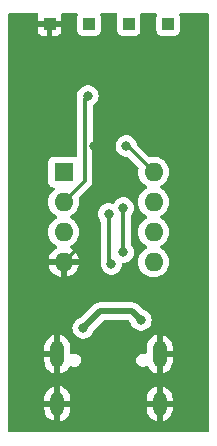
<source format=gbr>
%TF.GenerationSoftware,KiCad,Pcbnew,7.0.9*%
%TF.CreationDate,2024-01-13T12:42:42+01:00*%
%TF.ProjectId,attiny85_programmer,61747469-6e79-4383-955f-70726f677261,rev?*%
%TF.SameCoordinates,Original*%
%TF.FileFunction,Copper,L2,Bot*%
%TF.FilePolarity,Positive*%
%FSLAX46Y46*%
G04 Gerber Fmt 4.6, Leading zero omitted, Abs format (unit mm)*
G04 Created by KiCad (PCBNEW 7.0.9) date 2024-01-13 12:42:42*
%MOMM*%
%LPD*%
G01*
G04 APERTURE LIST*
%TA.AperFunction,ComponentPad*%
%ADD10R,1.600000X1.600000*%
%TD*%
%TA.AperFunction,ComponentPad*%
%ADD11O,1.600000X1.600000*%
%TD*%
%TA.AperFunction,ComponentPad*%
%ADD12O,1.200000X2.300000*%
%TD*%
%TA.AperFunction,ComponentPad*%
%ADD13O,1.200000X2.000000*%
%TD*%
%TA.AperFunction,ComponentPad*%
%ADD14R,1.000000X1.000000*%
%TD*%
%TA.AperFunction,ViaPad*%
%ADD15C,0.800000*%
%TD*%
%TA.AperFunction,Conductor*%
%ADD16C,0.300000*%
%TD*%
%TA.AperFunction,Conductor*%
%ADD17C,0.500000*%
%TD*%
G04 APERTURE END LIST*
D10*
%TO.P,U2,1,~{RESET}/PB5*%
%TO.N,unconnected-(U2-~{RESET}{slash}PB5-Pad1)*%
X134700000Y-82450000D03*
D11*
%TO.P,U2,2,XTAL1/PB3*%
%TO.N,Net-(U2-XTAL1{slash}PB3)*%
X134700000Y-84990000D03*
%TO.P,U2,3,XTAL2/PB4*%
%TO.N,Net-(U2-XTAL2{slash}PB4)*%
X134700000Y-87530000D03*
%TO.P,U2,4,GND*%
%TO.N,GND*%
X134700000Y-90070000D03*
%TO.P,U2,5,AREF/PB0*%
%TO.N,unconnected-(U2-AREF{slash}PB0-Pad5)*%
X142320000Y-90070000D03*
%TO.P,U2,6,PB1*%
%TO.N,/PIN6*%
X142320000Y-87530000D03*
%TO.P,U2,7,PB2*%
%TO.N,unconnected-(U2-PB2-Pad7)*%
X142320000Y-84990000D03*
%TO.P,U2,8,VCC*%
%TO.N,VBUS*%
X142320000Y-82450000D03*
%TD*%
D12*
%TO.P,P1,S1,SHIELD*%
%TO.N,GND*%
X134175000Y-97885000D03*
D13*
X134175000Y-102085000D03*
D12*
X142825000Y-97885000D03*
D13*
X142825000Y-102085000D03*
%TD*%
D14*
%TO.P,H4,1,1*%
%TO.N,GND*%
X133507343Y-69902442D03*
%TD*%
%TO.P,H3,1,1*%
%TO.N,/PIN3*%
X136857343Y-69902442D03*
%TD*%
%TO.P,H2,1,1*%
%TO.N,/PIN2*%
X140207343Y-69902442D03*
%TD*%
%TO.P,H1,1,1*%
%TO.N,VBUS*%
X143557343Y-69902442D03*
%TD*%
D15*
%TO.N,Net-(U2-XTAL1{slash}PB3)*%
X136750000Y-76000000D03*
%TO.N,GND*%
X137250000Y-80250000D03*
%TO.N,VBUS*%
X140000000Y-80250000D03*
%TO.N,/PIN3*%
X138500000Y-86000000D03*
%TO.N,/PIN2*%
X139750000Y-85500000D03*
X139750000Y-89250000D03*
%TO.N,/PIN3*%
X138750000Y-90250000D03*
%TO.N,VBUS*%
X141250000Y-95000000D03*
X136352661Y-95660542D03*
%TD*%
D16*
%TO.N,Net-(U2-XTAL1{slash}PB3)*%
X136500000Y-76250000D02*
X136750000Y-76000000D01*
X136500000Y-83190000D02*
X136500000Y-76250000D01*
X134700000Y-84990000D02*
X136500000Y-83190000D01*
%TO.N,GND*%
X137250000Y-80250000D02*
X137250000Y-87520000D01*
X137250000Y-87520000D02*
X134700000Y-90070000D01*
%TO.N,VBUS*%
X142320000Y-82450000D02*
X140120000Y-80250000D01*
X140120000Y-80250000D02*
X140000000Y-80250000D01*
%TO.N,/PIN3*%
X138500000Y-86000000D02*
X138500000Y-85750000D01*
X138500000Y-90000000D02*
X138500000Y-86000000D01*
X138750000Y-90250000D02*
X138500000Y-90000000D01*
%TO.N,/PIN2*%
X139750000Y-89250000D02*
X139750000Y-85500000D01*
D17*
%TO.N,VBUS*%
X141250000Y-95000000D02*
X140500000Y-94250000D01*
X140500000Y-94250000D02*
X137763203Y-94250000D01*
X137763203Y-94250000D02*
X136352661Y-95660542D01*
%TD*%
%TA.AperFunction,Conductor*%
%TO.N,GND*%
G36*
X132512057Y-69020185D02*
G01*
X132557812Y-69072989D01*
X132567756Y-69142147D01*
X132561200Y-69167833D01*
X132513746Y-69295062D01*
X132513744Y-69295069D01*
X132507343Y-69354597D01*
X132507343Y-69652442D01*
X133292860Y-69652442D01*
X133221542Y-69737435D01*
X133182343Y-69845136D01*
X133182343Y-69959748D01*
X133221542Y-70067449D01*
X133295214Y-70155247D01*
X133394472Y-70212554D01*
X133478907Y-70227442D01*
X133535779Y-70227442D01*
X133620214Y-70212554D01*
X133719472Y-70155247D01*
X133721826Y-70152442D01*
X133757343Y-70152442D01*
X133757343Y-70902442D01*
X134055171Y-70902442D01*
X134055187Y-70902441D01*
X134114715Y-70896040D01*
X134114722Y-70896038D01*
X134249429Y-70845796D01*
X134249436Y-70845792D01*
X134364530Y-70759632D01*
X134364533Y-70759629D01*
X134450693Y-70644535D01*
X134450697Y-70644528D01*
X134500939Y-70509821D01*
X134500941Y-70509814D01*
X134507342Y-70450286D01*
X134507343Y-70450269D01*
X134507343Y-70152442D01*
X133757343Y-70152442D01*
X133721826Y-70152442D01*
X133793144Y-70067449D01*
X133832343Y-69959748D01*
X133832343Y-69845136D01*
X133793144Y-69737435D01*
X133721826Y-69652442D01*
X134507343Y-69652442D01*
X134507343Y-69354614D01*
X134507342Y-69354597D01*
X134500941Y-69295069D01*
X134500939Y-69295062D01*
X134453486Y-69167833D01*
X134448502Y-69098142D01*
X134481987Y-69036819D01*
X134543310Y-69003334D01*
X134569668Y-69000500D01*
X135794484Y-69000500D01*
X135861523Y-69020185D01*
X135907278Y-69072989D01*
X135917222Y-69142147D01*
X135910666Y-69167833D01*
X135863251Y-69294958D01*
X135856844Y-69354558D01*
X135856844Y-69354565D01*
X135856843Y-69354577D01*
X135856843Y-70450312D01*
X135856844Y-70450318D01*
X135863251Y-70509925D01*
X135913545Y-70644770D01*
X135913549Y-70644777D01*
X135999795Y-70759986D01*
X135999798Y-70759989D01*
X136115007Y-70846235D01*
X136115014Y-70846239D01*
X136249860Y-70896533D01*
X136249859Y-70896533D01*
X136256787Y-70897277D01*
X136309470Y-70902942D01*
X137405215Y-70902941D01*
X137464826Y-70896533D01*
X137599674Y-70846238D01*
X137714889Y-70759988D01*
X137801139Y-70644773D01*
X137851434Y-70509925D01*
X137857843Y-70450315D01*
X137857842Y-69354570D01*
X137851434Y-69294959D01*
X137851434Y-69294958D01*
X137804020Y-69167833D01*
X137799036Y-69098141D01*
X137832522Y-69036818D01*
X137893845Y-69003334D01*
X137920202Y-69000500D01*
X139144484Y-69000500D01*
X139211523Y-69020185D01*
X139257278Y-69072989D01*
X139267222Y-69142147D01*
X139260666Y-69167833D01*
X139213251Y-69294958D01*
X139206844Y-69354558D01*
X139206844Y-69354565D01*
X139206843Y-69354577D01*
X139206843Y-70450312D01*
X139206844Y-70450318D01*
X139213251Y-70509925D01*
X139263545Y-70644770D01*
X139263549Y-70644777D01*
X139349795Y-70759986D01*
X139349798Y-70759989D01*
X139465007Y-70846235D01*
X139465014Y-70846239D01*
X139599860Y-70896533D01*
X139599859Y-70896533D01*
X139606787Y-70897277D01*
X139659470Y-70902942D01*
X140755215Y-70902941D01*
X140814826Y-70896533D01*
X140949674Y-70846238D01*
X141064889Y-70759988D01*
X141151139Y-70644773D01*
X141201434Y-70509925D01*
X141207843Y-70450315D01*
X141207842Y-69354570D01*
X141201434Y-69294959D01*
X141201434Y-69294958D01*
X141154020Y-69167833D01*
X141149036Y-69098141D01*
X141182522Y-69036818D01*
X141243845Y-69003334D01*
X141270202Y-69000500D01*
X142494484Y-69000500D01*
X142561523Y-69020185D01*
X142607278Y-69072989D01*
X142617222Y-69142147D01*
X142610666Y-69167833D01*
X142563251Y-69294958D01*
X142556844Y-69354558D01*
X142556844Y-69354565D01*
X142556843Y-69354577D01*
X142556843Y-70450312D01*
X142556844Y-70450318D01*
X142563251Y-70509925D01*
X142613545Y-70644770D01*
X142613549Y-70644777D01*
X142699795Y-70759986D01*
X142699798Y-70759989D01*
X142815007Y-70846235D01*
X142815014Y-70846239D01*
X142949860Y-70896533D01*
X142949859Y-70896533D01*
X142956787Y-70897277D01*
X143009470Y-70902942D01*
X144105215Y-70902941D01*
X144164826Y-70896533D01*
X144299674Y-70846238D01*
X144414889Y-70759988D01*
X144501139Y-70644773D01*
X144551434Y-70509925D01*
X144557843Y-70450315D01*
X144557842Y-69354570D01*
X144551434Y-69294959D01*
X144551434Y-69294958D01*
X144504020Y-69167833D01*
X144499036Y-69098141D01*
X144532522Y-69036818D01*
X144593845Y-69003334D01*
X144620202Y-69000500D01*
X146875500Y-69000500D01*
X146942539Y-69020185D01*
X146988294Y-69072989D01*
X146999500Y-69124500D01*
X146999500Y-104375500D01*
X146979815Y-104442539D01*
X146927011Y-104488294D01*
X146875500Y-104499500D01*
X130124500Y-104499500D01*
X130057461Y-104479815D01*
X130011706Y-104427011D01*
X130000500Y-104375500D01*
X130000500Y-102537398D01*
X133075000Y-102537398D01*
X133089965Y-102694122D01*
X133089966Y-102694126D01*
X133149149Y-102895686D01*
X133245413Y-103082414D01*
X133375268Y-103247537D01*
X133375271Y-103247540D01*
X133534030Y-103385105D01*
X133534041Y-103385114D01*
X133715960Y-103490144D01*
X133715967Y-103490147D01*
X133914487Y-103558856D01*
X133925000Y-103560367D01*
X133925000Y-102601110D01*
X133949457Y-102640610D01*
X134038962Y-102708201D01*
X134146840Y-102738895D01*
X134258521Y-102728546D01*
X134358922Y-102678552D01*
X134425000Y-102606069D01*
X134425000Y-103556257D01*
X134536409Y-103529229D01*
X134727507Y-103441959D01*
X134898619Y-103320110D01*
X134898625Y-103320104D01*
X135043592Y-103168067D01*
X135157166Y-102991342D01*
X135235244Y-102796314D01*
X135275000Y-102590037D01*
X135275000Y-102537398D01*
X141725000Y-102537398D01*
X141739965Y-102694122D01*
X141739966Y-102694126D01*
X141799149Y-102895686D01*
X141895413Y-103082414D01*
X142025268Y-103247537D01*
X142025271Y-103247540D01*
X142184030Y-103385105D01*
X142184041Y-103385114D01*
X142365960Y-103490144D01*
X142365967Y-103490147D01*
X142564487Y-103558856D01*
X142575000Y-103560367D01*
X142575000Y-102601110D01*
X142599457Y-102640610D01*
X142688962Y-102708201D01*
X142796840Y-102738895D01*
X142908521Y-102728546D01*
X143008922Y-102678552D01*
X143075000Y-102606069D01*
X143075000Y-103556257D01*
X143186409Y-103529229D01*
X143377507Y-103441959D01*
X143548619Y-103320110D01*
X143548625Y-103320104D01*
X143693592Y-103168067D01*
X143807166Y-102991342D01*
X143885244Y-102796314D01*
X143925000Y-102590037D01*
X143925000Y-102335000D01*
X143125000Y-102335000D01*
X143125000Y-101835000D01*
X143925000Y-101835000D01*
X143925000Y-101632601D01*
X143910034Y-101475877D01*
X143910033Y-101475873D01*
X143850850Y-101274313D01*
X143754586Y-101087585D01*
X143624731Y-100922462D01*
X143624728Y-100922459D01*
X143465969Y-100784894D01*
X143465958Y-100784885D01*
X143284039Y-100679855D01*
X143284032Y-100679852D01*
X143085516Y-100611144D01*
X143075000Y-100609632D01*
X143075000Y-101568889D01*
X143050543Y-101529390D01*
X142961038Y-101461799D01*
X142853160Y-101431105D01*
X142741479Y-101441454D01*
X142641078Y-101491448D01*
X142575000Y-101563930D01*
X142575000Y-100613740D01*
X142574999Y-100613740D01*
X142463594Y-100640768D01*
X142463582Y-100640772D01*
X142272497Y-100728037D01*
X142272496Y-100728038D01*
X142101380Y-100849889D01*
X142101374Y-100849895D01*
X141956407Y-101001932D01*
X141842833Y-101178657D01*
X141764755Y-101373685D01*
X141725000Y-101579962D01*
X141725000Y-101835000D01*
X142525000Y-101835000D01*
X142525000Y-102335000D01*
X141725000Y-102335000D01*
X141725000Y-102537398D01*
X135275000Y-102537398D01*
X135275000Y-102335000D01*
X134475000Y-102335000D01*
X134475000Y-101835000D01*
X135275000Y-101835000D01*
X135275000Y-101632601D01*
X135260034Y-101475877D01*
X135260033Y-101475873D01*
X135200850Y-101274313D01*
X135104586Y-101087585D01*
X134974731Y-100922462D01*
X134974728Y-100922459D01*
X134815969Y-100784894D01*
X134815958Y-100784885D01*
X134634039Y-100679855D01*
X134634032Y-100679852D01*
X134435516Y-100611144D01*
X134425000Y-100609632D01*
X134425000Y-101568889D01*
X134400543Y-101529390D01*
X134311038Y-101461799D01*
X134203160Y-101431105D01*
X134091479Y-101441454D01*
X133991078Y-101491448D01*
X133925000Y-101563930D01*
X133925000Y-100613740D01*
X133924999Y-100613740D01*
X133813594Y-100640768D01*
X133813582Y-100640772D01*
X133622497Y-100728037D01*
X133622496Y-100728038D01*
X133451380Y-100849889D01*
X133451374Y-100849895D01*
X133306407Y-101001932D01*
X133192833Y-101178657D01*
X133114755Y-101373685D01*
X133075000Y-101579962D01*
X133075000Y-101835000D01*
X133875000Y-101835000D01*
X133875000Y-102335000D01*
X133075000Y-102335000D01*
X133075000Y-102537398D01*
X130000500Y-102537398D01*
X130000500Y-98487398D01*
X133075000Y-98487398D01*
X133089965Y-98644122D01*
X133089966Y-98644126D01*
X133149149Y-98845686D01*
X133245413Y-99032414D01*
X133375268Y-99197537D01*
X133375271Y-99197540D01*
X133534030Y-99335105D01*
X133534041Y-99335114D01*
X133715960Y-99440144D01*
X133715967Y-99440147D01*
X133914487Y-99508856D01*
X133925000Y-99510367D01*
X133925000Y-98601110D01*
X133949457Y-98640610D01*
X134038962Y-98708201D01*
X134146840Y-98738895D01*
X134258521Y-98728546D01*
X134358922Y-98678552D01*
X134425000Y-98606069D01*
X134425000Y-99506257D01*
X134536409Y-99479229D01*
X134727507Y-99391959D01*
X134898619Y-99270110D01*
X134898625Y-99270104D01*
X135043592Y-99118067D01*
X135157167Y-98941341D01*
X135163080Y-98926570D01*
X135206268Y-98871647D01*
X135272294Y-98848793D01*
X135340195Y-98865263D01*
X135342576Y-98866673D01*
X135388618Y-98894672D01*
X135534335Y-98935500D01*
X135534336Y-98935500D01*
X135647659Y-98935500D01*
X135675723Y-98931642D01*
X135759920Y-98920070D01*
X135886097Y-98865263D01*
X135898716Y-98859782D01*
X135898716Y-98859781D01*
X135898720Y-98859780D01*
X136016108Y-98764278D01*
X136103377Y-98640647D01*
X136119363Y-98595666D01*
X136154053Y-98498060D01*
X136154053Y-98498058D01*
X136154054Y-98498056D01*
X136159193Y-98422921D01*
X140835619Y-98422921D01*
X140866405Y-98571078D01*
X140866407Y-98571083D01*
X140866408Y-98571085D01*
X140936029Y-98705447D01*
X140936031Y-98705449D01*
X140936032Y-98705451D01*
X141039318Y-98816043D01*
X141039320Y-98816044D01*
X141168618Y-98894672D01*
X141314335Y-98935500D01*
X141314336Y-98935500D01*
X141427659Y-98935500D01*
X141455723Y-98931642D01*
X141539920Y-98920070D01*
X141676611Y-98860695D01*
X141745941Y-98852042D01*
X141808946Y-98882245D01*
X141836228Y-98917610D01*
X141895413Y-99032414D01*
X142025268Y-99197537D01*
X142025271Y-99197540D01*
X142184030Y-99335105D01*
X142184041Y-99335114D01*
X142365960Y-99440144D01*
X142365967Y-99440147D01*
X142564487Y-99508856D01*
X142575000Y-99510367D01*
X142575000Y-98601110D01*
X142599457Y-98640610D01*
X142688962Y-98708201D01*
X142796840Y-98738895D01*
X142908521Y-98728546D01*
X143008922Y-98678552D01*
X143075000Y-98606069D01*
X143075000Y-99506257D01*
X143186409Y-99479229D01*
X143377507Y-99391959D01*
X143548619Y-99270110D01*
X143548625Y-99270104D01*
X143693592Y-99118067D01*
X143807166Y-98941342D01*
X143885244Y-98746314D01*
X143925000Y-98540037D01*
X143925000Y-98135000D01*
X143125000Y-98135000D01*
X143125000Y-97635000D01*
X143925000Y-97635000D01*
X143925000Y-97282601D01*
X143910034Y-97125877D01*
X143910033Y-97125873D01*
X143850850Y-96924313D01*
X143754586Y-96737585D01*
X143624731Y-96572462D01*
X143624728Y-96572459D01*
X143465969Y-96434894D01*
X143465958Y-96434885D01*
X143284039Y-96329855D01*
X143284032Y-96329852D01*
X143085516Y-96261144D01*
X143075000Y-96259632D01*
X143075000Y-97168889D01*
X143050543Y-97129390D01*
X142961038Y-97061799D01*
X142853160Y-97031105D01*
X142741479Y-97041454D01*
X142641078Y-97091448D01*
X142575000Y-97163930D01*
X142575000Y-96263740D01*
X142574999Y-96263740D01*
X142463594Y-96290768D01*
X142463582Y-96290772D01*
X142272497Y-96378037D01*
X142272496Y-96378038D01*
X142101380Y-96499889D01*
X142101374Y-96499895D01*
X141956407Y-96651932D01*
X141842833Y-96828657D01*
X141764755Y-97023685D01*
X141725000Y-97229962D01*
X141725000Y-97743644D01*
X141705315Y-97810683D01*
X141652511Y-97856438D01*
X141583353Y-97866382D01*
X141567553Y-97863047D01*
X141465665Y-97834500D01*
X141352342Y-97834500D01*
X141352341Y-97834500D01*
X141240082Y-97849929D01*
X141240079Y-97849930D01*
X141101283Y-97910217D01*
X140983889Y-98005724D01*
X140896623Y-98129352D01*
X140896621Y-98129355D01*
X140845946Y-98271939D01*
X140845946Y-98271942D01*
X140835619Y-98422918D01*
X140835619Y-98422921D01*
X136159193Y-98422921D01*
X136164381Y-98347079D01*
X136148768Y-98271944D01*
X136133594Y-98198921D01*
X136133592Y-98198918D01*
X136133592Y-98198915D01*
X136063971Y-98064553D01*
X136063967Y-98064549D01*
X136063967Y-98064548D01*
X135960681Y-97953956D01*
X135882053Y-97906141D01*
X135831382Y-97875328D01*
X135685665Y-97834500D01*
X135572342Y-97834500D01*
X135572341Y-97834500D01*
X135460082Y-97849929D01*
X135460079Y-97849930D01*
X135448398Y-97855004D01*
X135379066Y-97863655D01*
X135316063Y-97833449D01*
X135279392Y-97773977D01*
X135275000Y-97741268D01*
X135275000Y-97282601D01*
X135260034Y-97125877D01*
X135260033Y-97125873D01*
X135200850Y-96924313D01*
X135104586Y-96737585D01*
X134974731Y-96572462D01*
X134974728Y-96572459D01*
X134815969Y-96434894D01*
X134815958Y-96434885D01*
X134634039Y-96329855D01*
X134634032Y-96329852D01*
X134435516Y-96261144D01*
X134425000Y-96259632D01*
X134425000Y-97168889D01*
X134400543Y-97129390D01*
X134311038Y-97061799D01*
X134203160Y-97031105D01*
X134091479Y-97041454D01*
X133991078Y-97091448D01*
X133925000Y-97163930D01*
X133925000Y-96263740D01*
X133924999Y-96263740D01*
X133813594Y-96290768D01*
X133813582Y-96290772D01*
X133622497Y-96378037D01*
X133622496Y-96378038D01*
X133451380Y-96499889D01*
X133451374Y-96499895D01*
X133306407Y-96651932D01*
X133192833Y-96828657D01*
X133114755Y-97023685D01*
X133075000Y-97229962D01*
X133075000Y-97635000D01*
X133875000Y-97635000D01*
X133875000Y-98135000D01*
X133075000Y-98135000D01*
X133075000Y-98487398D01*
X130000500Y-98487398D01*
X130000500Y-95660542D01*
X135447201Y-95660542D01*
X135466987Y-95848798D01*
X135466988Y-95848801D01*
X135525479Y-96028819D01*
X135525482Y-96028826D01*
X135620128Y-96192758D01*
X135743568Y-96329852D01*
X135746790Y-96333430D01*
X135899926Y-96444690D01*
X135899931Y-96444693D01*
X136072853Y-96521684D01*
X136072858Y-96521686D01*
X136258015Y-96561042D01*
X136258016Y-96561042D01*
X136447305Y-96561042D01*
X136447307Y-96561042D01*
X136632464Y-96521686D01*
X136805391Y-96444693D01*
X136958532Y-96333430D01*
X137085194Y-96192758D01*
X137179840Y-96028826D01*
X137235183Y-95858497D01*
X137265430Y-95809139D01*
X138037751Y-95036819D01*
X138099074Y-95003334D01*
X138125432Y-95000500D01*
X140137770Y-95000500D01*
X140204809Y-95020185D01*
X140225451Y-95036819D01*
X140337228Y-95148596D01*
X140367478Y-95197958D01*
X140422819Y-95368280D01*
X140422821Y-95368284D01*
X140517467Y-95532216D01*
X140633013Y-95660542D01*
X140644129Y-95672888D01*
X140797265Y-95784148D01*
X140797270Y-95784151D01*
X140970192Y-95861142D01*
X140970197Y-95861144D01*
X141155354Y-95900500D01*
X141155355Y-95900500D01*
X141344644Y-95900500D01*
X141344646Y-95900500D01*
X141529803Y-95861144D01*
X141702730Y-95784151D01*
X141855871Y-95672888D01*
X141982533Y-95532216D01*
X142077179Y-95368284D01*
X142135674Y-95188256D01*
X142155460Y-95000000D01*
X142135674Y-94811744D01*
X142077179Y-94631716D01*
X141982533Y-94467784D01*
X141855871Y-94327112D01*
X141855870Y-94327111D01*
X141702734Y-94215851D01*
X141702729Y-94215848D01*
X141529807Y-94138857D01*
X141529803Y-94138856D01*
X141464669Y-94125011D01*
X141403188Y-94091818D01*
X141402770Y-94091402D01*
X141075729Y-93764361D01*
X141063949Y-93750730D01*
X141056482Y-93740701D01*
X141049612Y-93731472D01*
X141044323Y-93727034D01*
X141009587Y-93697886D01*
X141005612Y-93694244D01*
X141002690Y-93691322D01*
X140999780Y-93688411D01*
X140974040Y-93668059D01*
X140915209Y-93618694D01*
X140909180Y-93614729D01*
X140909212Y-93614680D01*
X140902853Y-93610628D01*
X140902822Y-93610679D01*
X140896680Y-93606891D01*
X140896678Y-93606890D01*
X140896677Y-93606889D01*
X140857474Y-93588608D01*
X140827058Y-93574424D01*
X140792894Y-93557267D01*
X140758433Y-93539960D01*
X140758431Y-93539959D01*
X140758430Y-93539959D01*
X140751645Y-93537489D01*
X140751665Y-93537433D01*
X140744549Y-93534959D01*
X140744531Y-93535015D01*
X140737671Y-93532742D01*
X140709841Y-93526996D01*
X140662434Y-93517207D01*
X140613472Y-93505603D01*
X140587719Y-93499499D01*
X140580547Y-93498661D01*
X140580553Y-93498601D01*
X140573055Y-93497835D01*
X140573050Y-93497895D01*
X140565860Y-93497265D01*
X140489083Y-93499500D01*
X137826908Y-93499500D01*
X137808938Y-93498191D01*
X137785175Y-93494710D01*
X137740715Y-93498601D01*
X137733134Y-93499264D01*
X137727733Y-93499500D01*
X137719492Y-93499500D01*
X137697782Y-93502037D01*
X137686927Y-93503306D01*
X137671622Y-93504645D01*
X137610402Y-93510001D01*
X137603335Y-93511460D01*
X137603323Y-93511404D01*
X137595966Y-93513035D01*
X137595980Y-93513092D01*
X137588946Y-93514759D01*
X137516778Y-93541025D01*
X137443878Y-93565181D01*
X137437329Y-93568236D01*
X137437304Y-93568183D01*
X137430511Y-93571471D01*
X137430537Y-93571523D01*
X137424083Y-93574764D01*
X137359911Y-93616971D01*
X137294550Y-93657285D01*
X137288886Y-93661765D01*
X137288850Y-93661719D01*
X137283001Y-93666484D01*
X137283038Y-93666528D01*
X137277513Y-93671164D01*
X137224801Y-93727034D01*
X136199890Y-94751944D01*
X136138567Y-94785429D01*
X136137991Y-94785553D01*
X136072857Y-94799398D01*
X136072853Y-94799399D01*
X135899931Y-94876390D01*
X135899926Y-94876393D01*
X135746790Y-94987653D01*
X135620127Y-95128327D01*
X135525482Y-95292257D01*
X135525479Y-95292264D01*
X135466988Y-95472282D01*
X135466987Y-95472286D01*
X135447201Y-95660542D01*
X130000500Y-95660542D01*
X130000500Y-87530001D01*
X133394532Y-87530001D01*
X133414364Y-87756686D01*
X133414366Y-87756697D01*
X133473258Y-87976488D01*
X133473261Y-87976497D01*
X133569431Y-88182732D01*
X133569432Y-88182734D01*
X133699954Y-88369141D01*
X133860858Y-88530045D01*
X133860861Y-88530047D01*
X134047266Y-88660568D01*
X134105865Y-88687893D01*
X134158305Y-88734065D01*
X134177457Y-88801258D01*
X134157242Y-88868139D01*
X134105867Y-88912657D01*
X134047515Y-88939867D01*
X133861179Y-89070342D01*
X133700342Y-89231179D01*
X133569865Y-89417517D01*
X133473734Y-89623673D01*
X133473730Y-89623682D01*
X133421127Y-89819999D01*
X133421128Y-89820000D01*
X134384314Y-89820000D01*
X134372359Y-89831955D01*
X134314835Y-89944852D01*
X134295014Y-90070000D01*
X134314835Y-90195148D01*
X134372359Y-90308045D01*
X134384314Y-90320000D01*
X133421128Y-90320000D01*
X133473730Y-90516317D01*
X133473734Y-90516326D01*
X133569865Y-90722482D01*
X133700342Y-90908820D01*
X133861179Y-91069657D01*
X134047517Y-91200134D01*
X134253673Y-91296265D01*
X134253682Y-91296269D01*
X134449999Y-91348872D01*
X134450000Y-91348871D01*
X134450000Y-90385686D01*
X134461955Y-90397641D01*
X134574852Y-90455165D01*
X134668519Y-90470000D01*
X134731481Y-90470000D01*
X134825148Y-90455165D01*
X134938045Y-90397641D01*
X134950000Y-90385686D01*
X134950000Y-91348872D01*
X135146317Y-91296269D01*
X135146326Y-91296265D01*
X135352482Y-91200134D01*
X135538820Y-91069657D01*
X135699657Y-90908820D01*
X135830134Y-90722482D01*
X135926265Y-90516326D01*
X135926269Y-90516317D01*
X135978872Y-90320000D01*
X135015686Y-90320000D01*
X135027641Y-90308045D01*
X135085165Y-90195148D01*
X135104986Y-90070000D01*
X135085165Y-89944852D01*
X135027641Y-89831955D01*
X135015686Y-89820000D01*
X135978872Y-89820000D01*
X135978872Y-89819999D01*
X135926269Y-89623682D01*
X135926265Y-89623673D01*
X135830134Y-89417517D01*
X135699657Y-89231179D01*
X135538820Y-89070342D01*
X135352482Y-88939865D01*
X135294133Y-88912657D01*
X135241694Y-88866484D01*
X135222542Y-88799291D01*
X135242758Y-88732410D01*
X135294129Y-88687895D01*
X135352734Y-88660568D01*
X135539139Y-88530047D01*
X135700047Y-88369139D01*
X135830568Y-88182734D01*
X135926739Y-87976496D01*
X135985635Y-87756692D01*
X136005468Y-87530000D01*
X135985635Y-87303308D01*
X135926739Y-87083504D01*
X135830568Y-86877266D01*
X135700047Y-86690861D01*
X135700045Y-86690858D01*
X135539141Y-86529954D01*
X135352734Y-86399432D01*
X135352728Y-86399429D01*
X135294725Y-86372382D01*
X135242285Y-86326210D01*
X135223133Y-86259017D01*
X135243348Y-86192135D01*
X135294725Y-86147618D01*
X135352734Y-86120568D01*
X135524925Y-86000000D01*
X137594540Y-86000000D01*
X137614326Y-86188256D01*
X137614327Y-86188259D01*
X137672818Y-86368277D01*
X137672821Y-86368284D01*
X137767466Y-86532215D01*
X137817649Y-86587948D01*
X137847880Y-86650940D01*
X137849500Y-86670921D01*
X137849500Y-89914494D01*
X137847732Y-89930505D01*
X137847974Y-89930528D01*
X137847240Y-89938294D01*
X137849500Y-90010203D01*
X137849500Y-90040920D01*
X137849501Y-90040940D01*
X137850418Y-90048206D01*
X137850876Y-90054024D01*
X137852402Y-90102563D01*
X137853623Y-90110267D01*
X137852291Y-90110477D01*
X137855464Y-90146050D01*
X137850118Y-90196924D01*
X137844540Y-90250000D01*
X137864326Y-90438256D01*
X137864327Y-90438259D01*
X137922818Y-90618277D01*
X137922821Y-90618284D01*
X138017467Y-90782216D01*
X138131462Y-90908820D01*
X138144129Y-90922888D01*
X138297265Y-91034148D01*
X138297270Y-91034151D01*
X138470192Y-91111142D01*
X138470197Y-91111144D01*
X138655354Y-91150500D01*
X138655355Y-91150500D01*
X138844644Y-91150500D01*
X138844646Y-91150500D01*
X139029803Y-91111144D01*
X139202730Y-91034151D01*
X139355871Y-90922888D01*
X139482533Y-90782216D01*
X139577179Y-90618284D01*
X139635674Y-90438256D01*
X139654247Y-90261536D01*
X139680832Y-90196924D01*
X139738129Y-90156939D01*
X139777568Y-90150500D01*
X139844644Y-90150500D01*
X139844646Y-90150500D01*
X140029803Y-90111144D01*
X140202730Y-90034151D01*
X140355871Y-89922888D01*
X140482533Y-89782216D01*
X140577179Y-89618284D01*
X140577180Y-89618278D01*
X140577183Y-89618274D01*
X140601908Y-89542175D01*
X140635674Y-89438256D01*
X140655460Y-89250000D01*
X140635674Y-89061744D01*
X140577179Y-88881716D01*
X140482533Y-88717784D01*
X140432350Y-88662050D01*
X140402120Y-88599058D01*
X140400500Y-88579078D01*
X140400500Y-86170921D01*
X140420185Y-86103882D01*
X140432351Y-86087948D01*
X140482533Y-86032216D01*
X140577179Y-85868284D01*
X140635674Y-85688256D01*
X140655460Y-85500000D01*
X140635674Y-85311744D01*
X140577179Y-85131716D01*
X140482533Y-84967784D01*
X140355871Y-84827112D01*
X140355870Y-84827111D01*
X140202734Y-84715851D01*
X140202729Y-84715848D01*
X140029807Y-84638857D01*
X140029802Y-84638855D01*
X139884001Y-84607865D01*
X139844646Y-84599500D01*
X139655354Y-84599500D01*
X139622897Y-84606398D01*
X139470197Y-84638855D01*
X139470192Y-84638857D01*
X139297270Y-84715848D01*
X139297265Y-84715851D01*
X139144129Y-84827111D01*
X139017465Y-84967785D01*
X138946121Y-85091358D01*
X138895554Y-85139574D01*
X138826947Y-85152797D01*
X138788302Y-85142639D01*
X138779807Y-85138857D01*
X138779802Y-85138855D01*
X138634001Y-85107865D01*
X138594646Y-85099500D01*
X138594645Y-85099500D01*
X138573210Y-85099500D01*
X138549978Y-85097304D01*
X138541170Y-85095624D01*
X138541168Y-85095624D01*
X138531900Y-85096207D01*
X138481491Y-85099378D01*
X138477619Y-85099500D01*
X138405354Y-85099500D01*
X138372897Y-85106398D01*
X138220197Y-85138855D01*
X138220192Y-85138857D01*
X138047270Y-85215848D01*
X138047265Y-85215851D01*
X137894129Y-85327111D01*
X137767466Y-85467785D01*
X137672821Y-85631715D01*
X137672818Y-85631722D01*
X137614327Y-85811740D01*
X137614326Y-85811744D01*
X137594540Y-86000000D01*
X135524925Y-86000000D01*
X135539139Y-85990047D01*
X135700047Y-85829139D01*
X135830568Y-85642734D01*
X135926739Y-85436496D01*
X135985635Y-85216692D01*
X136005468Y-84990000D01*
X136003524Y-84967785D01*
X135985635Y-84763313D01*
X135985635Y-84763308D01*
X135974790Y-84722834D01*
X135976453Y-84652984D01*
X136006882Y-84603062D01*
X136899513Y-83710431D01*
X136912079Y-83700365D01*
X136911925Y-83700178D01*
X136917937Y-83695204D01*
X136917937Y-83695203D01*
X136917940Y-83695202D01*
X136967190Y-83642755D01*
X136988911Y-83621035D01*
X136993401Y-83615245D01*
X136997183Y-83610815D01*
X137030448Y-83575393D01*
X137040674Y-83556790D01*
X137051353Y-83540533D01*
X137064362Y-83523764D01*
X137083656Y-83479175D01*
X137086212Y-83473956D01*
X137109627Y-83431368D01*
X137114905Y-83410806D01*
X137121207Y-83392399D01*
X137129635Y-83372927D01*
X137137233Y-83324953D01*
X137138414Y-83319247D01*
X137150500Y-83272177D01*
X137150500Y-83250949D01*
X137152027Y-83231549D01*
X137155346Y-83210595D01*
X137150775Y-83162238D01*
X137150500Y-83156400D01*
X137150500Y-80250000D01*
X139094540Y-80250000D01*
X139114326Y-80438256D01*
X139114327Y-80438259D01*
X139172818Y-80618277D01*
X139172821Y-80618284D01*
X139267467Y-80782216D01*
X139394129Y-80922888D01*
X139547265Y-81034148D01*
X139547270Y-81034151D01*
X139720192Y-81111142D01*
X139720197Y-81111144D01*
X139905354Y-81150500D01*
X139905355Y-81150500D01*
X140049192Y-81150500D01*
X140116231Y-81170185D01*
X140136873Y-81186819D01*
X141013115Y-82063061D01*
X141046600Y-82124384D01*
X141045209Y-82182834D01*
X141034367Y-82223299D01*
X141034364Y-82223313D01*
X141014532Y-82449998D01*
X141014532Y-82450001D01*
X141034364Y-82676686D01*
X141034366Y-82676697D01*
X141093258Y-82896488D01*
X141093261Y-82896497D01*
X141189431Y-83102732D01*
X141189432Y-83102734D01*
X141319954Y-83289141D01*
X141480858Y-83450045D01*
X141480861Y-83450047D01*
X141667266Y-83580568D01*
X141725275Y-83607618D01*
X141777714Y-83653791D01*
X141796866Y-83720984D01*
X141776650Y-83787865D01*
X141725275Y-83832382D01*
X141667267Y-83859431D01*
X141667265Y-83859432D01*
X141480858Y-83989954D01*
X141319954Y-84150858D01*
X141189432Y-84337265D01*
X141189431Y-84337267D01*
X141093261Y-84543502D01*
X141093258Y-84543511D01*
X141034366Y-84763302D01*
X141034364Y-84763313D01*
X141014532Y-84989998D01*
X141014532Y-84990001D01*
X141034364Y-85216686D01*
X141034366Y-85216697D01*
X141093258Y-85436488D01*
X141093261Y-85436497D01*
X141189431Y-85642732D01*
X141189432Y-85642734D01*
X141319954Y-85829141D01*
X141480858Y-85990045D01*
X141480861Y-85990047D01*
X141667266Y-86120568D01*
X141725275Y-86147618D01*
X141777714Y-86193791D01*
X141796866Y-86260984D01*
X141776650Y-86327865D01*
X141725275Y-86372382D01*
X141667267Y-86399431D01*
X141667265Y-86399432D01*
X141480858Y-86529954D01*
X141319954Y-86690858D01*
X141189432Y-86877265D01*
X141189431Y-86877267D01*
X141093261Y-87083502D01*
X141093258Y-87083511D01*
X141034366Y-87303302D01*
X141034364Y-87303313D01*
X141014532Y-87529998D01*
X141014532Y-87530001D01*
X141034364Y-87756686D01*
X141034366Y-87756697D01*
X141093258Y-87976488D01*
X141093261Y-87976497D01*
X141189431Y-88182732D01*
X141189432Y-88182734D01*
X141319954Y-88369141D01*
X141480858Y-88530045D01*
X141480861Y-88530047D01*
X141667266Y-88660568D01*
X141725275Y-88687618D01*
X141777714Y-88733791D01*
X141796866Y-88800984D01*
X141776650Y-88867865D01*
X141725275Y-88912382D01*
X141667267Y-88939431D01*
X141667265Y-88939432D01*
X141480858Y-89069954D01*
X141319954Y-89230858D01*
X141189432Y-89417265D01*
X141189431Y-89417267D01*
X141093261Y-89623502D01*
X141093258Y-89623511D01*
X141034366Y-89843302D01*
X141034364Y-89843313D01*
X141014532Y-90069998D01*
X141014532Y-90070001D01*
X141034364Y-90296686D01*
X141034366Y-90296697D01*
X141093258Y-90516488D01*
X141093261Y-90516497D01*
X141189431Y-90722732D01*
X141189432Y-90722734D01*
X141319954Y-90909141D01*
X141480858Y-91070045D01*
X141480861Y-91070047D01*
X141667266Y-91200568D01*
X141873504Y-91296739D01*
X142093308Y-91355635D01*
X142255230Y-91369801D01*
X142319998Y-91375468D01*
X142320000Y-91375468D01*
X142320002Y-91375468D01*
X142376673Y-91370509D01*
X142546692Y-91355635D01*
X142766496Y-91296739D01*
X142972734Y-91200568D01*
X143159139Y-91070047D01*
X143320047Y-90909139D01*
X143450568Y-90722734D01*
X143546739Y-90516496D01*
X143605635Y-90296692D01*
X143625468Y-90070000D01*
X143605635Y-89843308D01*
X143546739Y-89623504D01*
X143450568Y-89417266D01*
X143320047Y-89230861D01*
X143320045Y-89230858D01*
X143159141Y-89069954D01*
X142972734Y-88939432D01*
X142972728Y-88939429D01*
X142914725Y-88912382D01*
X142862285Y-88866210D01*
X142843133Y-88799017D01*
X142863348Y-88732135D01*
X142914725Y-88687618D01*
X142972734Y-88660568D01*
X143159139Y-88530047D01*
X143320047Y-88369139D01*
X143450568Y-88182734D01*
X143546739Y-87976496D01*
X143605635Y-87756692D01*
X143625468Y-87530000D01*
X143605635Y-87303308D01*
X143546739Y-87083504D01*
X143450568Y-86877266D01*
X143320047Y-86690861D01*
X143320045Y-86690858D01*
X143159141Y-86529954D01*
X142972734Y-86399432D01*
X142972728Y-86399429D01*
X142914725Y-86372382D01*
X142862285Y-86326210D01*
X142843133Y-86259017D01*
X142863348Y-86192135D01*
X142914725Y-86147618D01*
X142972734Y-86120568D01*
X143159139Y-85990047D01*
X143320047Y-85829139D01*
X143450568Y-85642734D01*
X143546739Y-85436496D01*
X143605635Y-85216692D01*
X143625468Y-84990000D01*
X143623524Y-84967785D01*
X143605635Y-84763313D01*
X143605635Y-84763308D01*
X143546739Y-84543504D01*
X143450568Y-84337266D01*
X143320047Y-84150861D01*
X143320045Y-84150858D01*
X143159141Y-83989954D01*
X142972734Y-83859432D01*
X142972728Y-83859429D01*
X142914725Y-83832382D01*
X142862285Y-83786210D01*
X142843133Y-83719017D01*
X142863348Y-83652135D01*
X142914725Y-83607618D01*
X142972734Y-83580568D01*
X143159139Y-83450047D01*
X143320047Y-83289139D01*
X143450568Y-83102734D01*
X143546739Y-82896496D01*
X143605635Y-82676692D01*
X143625468Y-82450000D01*
X143605635Y-82223308D01*
X143546739Y-82003504D01*
X143450568Y-81797266D01*
X143320047Y-81610861D01*
X143320045Y-81610858D01*
X143159141Y-81449954D01*
X142972734Y-81319432D01*
X142972732Y-81319431D01*
X142766497Y-81223261D01*
X142766488Y-81223258D01*
X142546697Y-81164366D01*
X142546693Y-81164365D01*
X142546692Y-81164365D01*
X142546691Y-81164364D01*
X142546686Y-81164364D01*
X142320002Y-81144532D01*
X142319998Y-81144532D01*
X142093313Y-81164364D01*
X142093299Y-81164367D01*
X142052834Y-81175209D01*
X141982984Y-81173545D01*
X141933061Y-81143115D01*
X140920715Y-80130769D01*
X140887230Y-80069446D01*
X140886978Y-80067877D01*
X140885675Y-80061747D01*
X140827181Y-79881722D01*
X140827180Y-79881721D01*
X140827179Y-79881716D01*
X140732533Y-79717784D01*
X140605871Y-79577112D01*
X140605870Y-79577111D01*
X140452734Y-79465851D01*
X140452729Y-79465848D01*
X140279807Y-79388857D01*
X140279802Y-79388855D01*
X140134001Y-79357865D01*
X140094646Y-79349500D01*
X139905354Y-79349500D01*
X139872897Y-79356398D01*
X139720197Y-79388855D01*
X139720192Y-79388857D01*
X139547270Y-79465848D01*
X139547265Y-79465851D01*
X139394129Y-79577111D01*
X139267466Y-79717785D01*
X139172821Y-79881715D01*
X139172818Y-79881722D01*
X139114327Y-80061740D01*
X139114326Y-80061744D01*
X139094540Y-80250000D01*
X137150500Y-80250000D01*
X137150500Y-76885279D01*
X137170185Y-76818240D01*
X137201615Y-76784961D01*
X137202730Y-76784151D01*
X137355871Y-76672888D01*
X137482533Y-76532216D01*
X137577179Y-76368284D01*
X137635674Y-76188256D01*
X137655460Y-76000000D01*
X137635674Y-75811744D01*
X137577179Y-75631716D01*
X137482533Y-75467784D01*
X137355871Y-75327112D01*
X137355870Y-75327111D01*
X137202734Y-75215851D01*
X137202729Y-75215848D01*
X137029807Y-75138857D01*
X137029802Y-75138855D01*
X136884001Y-75107865D01*
X136844646Y-75099500D01*
X136655354Y-75099500D01*
X136622897Y-75106398D01*
X136470197Y-75138855D01*
X136470192Y-75138857D01*
X136297270Y-75215848D01*
X136297265Y-75215851D01*
X136144129Y-75327111D01*
X136017466Y-75467785D01*
X135922821Y-75631715D01*
X135922818Y-75631722D01*
X135864327Y-75811740D01*
X135864326Y-75811744D01*
X135844540Y-76000000D01*
X135856163Y-76110599D01*
X135852948Y-76154390D01*
X135849501Y-76167817D01*
X135849500Y-76167826D01*
X135849500Y-76189044D01*
X135847973Y-76208444D01*
X135844653Y-76229403D01*
X135849225Y-76277767D01*
X135849500Y-76283606D01*
X135849500Y-81067581D01*
X135829815Y-81134620D01*
X135777011Y-81180375D01*
X135707853Y-81190319D01*
X135682168Y-81183763D01*
X135607485Y-81155909D01*
X135607483Y-81155908D01*
X135547883Y-81149501D01*
X135547881Y-81149500D01*
X135547873Y-81149500D01*
X135547864Y-81149500D01*
X133852129Y-81149500D01*
X133852123Y-81149501D01*
X133792516Y-81155908D01*
X133657671Y-81206202D01*
X133657664Y-81206206D01*
X133542455Y-81292452D01*
X133542452Y-81292455D01*
X133456206Y-81407664D01*
X133456202Y-81407671D01*
X133405908Y-81542517D01*
X133399501Y-81602116D01*
X133399500Y-81602135D01*
X133399500Y-83297870D01*
X133399501Y-83297876D01*
X133405908Y-83357483D01*
X133456202Y-83492328D01*
X133456206Y-83492335D01*
X133542452Y-83607544D01*
X133542455Y-83607547D01*
X133657664Y-83693793D01*
X133657671Y-83693797D01*
X133702283Y-83710436D01*
X133792517Y-83744091D01*
X133827596Y-83747862D01*
X133892144Y-83774599D01*
X133931993Y-83831991D01*
X133934488Y-83901816D01*
X133898836Y-83961905D01*
X133885464Y-83972725D01*
X133860858Y-83989954D01*
X133699954Y-84150858D01*
X133569432Y-84337265D01*
X133569431Y-84337267D01*
X133473261Y-84543502D01*
X133473258Y-84543511D01*
X133414366Y-84763302D01*
X133414364Y-84763313D01*
X133394532Y-84989998D01*
X133394532Y-84990001D01*
X133414364Y-85216686D01*
X133414366Y-85216697D01*
X133473258Y-85436488D01*
X133473261Y-85436497D01*
X133569431Y-85642732D01*
X133569432Y-85642734D01*
X133699954Y-85829141D01*
X133860858Y-85990045D01*
X133860861Y-85990047D01*
X134047266Y-86120568D01*
X134105275Y-86147618D01*
X134157714Y-86193791D01*
X134176866Y-86260984D01*
X134156650Y-86327865D01*
X134105275Y-86372382D01*
X134047267Y-86399431D01*
X134047265Y-86399432D01*
X133860858Y-86529954D01*
X133699954Y-86690858D01*
X133569432Y-86877265D01*
X133569431Y-86877267D01*
X133473261Y-87083502D01*
X133473258Y-87083511D01*
X133414366Y-87303302D01*
X133414364Y-87303313D01*
X133394532Y-87529998D01*
X133394532Y-87530001D01*
X130000500Y-87530001D01*
X130000500Y-70152442D01*
X132507343Y-70152442D01*
X132507343Y-70450286D01*
X132513744Y-70509814D01*
X132513746Y-70509821D01*
X132563988Y-70644528D01*
X132563992Y-70644535D01*
X132650152Y-70759629D01*
X132650155Y-70759632D01*
X132765249Y-70845792D01*
X132765256Y-70845796D01*
X132899963Y-70896038D01*
X132899970Y-70896040D01*
X132959498Y-70902441D01*
X132959515Y-70902442D01*
X133257343Y-70902442D01*
X133257343Y-70152442D01*
X132507343Y-70152442D01*
X130000500Y-70152442D01*
X130000500Y-69124500D01*
X130020185Y-69057461D01*
X130072989Y-69011706D01*
X130124500Y-69000500D01*
X132445018Y-69000500D01*
X132512057Y-69020185D01*
G37*
%TD.AperFunction*%
%TD*%
M02*

</source>
